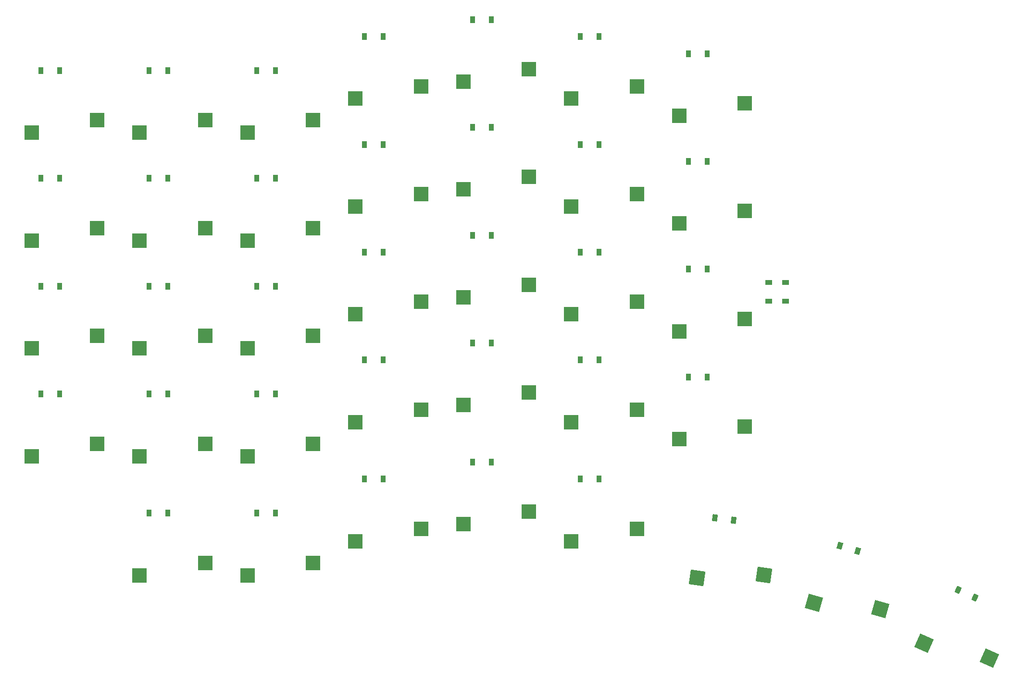
<source format=gbr>
%TF.GenerationSoftware,KiCad,Pcbnew,8.0.6*%
%TF.CreationDate,2024-11-25T22:34:02-05:00*%
%TF.ProjectId,jonkey-v2,6a6f6e6b-6579-42d7-9632-2e6b69636164,v1.0.0*%
%TF.SameCoordinates,Original*%
%TF.FileFunction,Paste,Top*%
%TF.FilePolarity,Positive*%
%FSLAX46Y46*%
G04 Gerber Fmt 4.6, Leading zero omitted, Abs format (unit mm)*
G04 Created by KiCad (PCBNEW 8.0.6) date 2024-11-25 22:34:02*
%MOMM*%
%LPD*%
G01*
G04 APERTURE LIST*
G04 Aperture macros list*
%AMRotRect*
0 Rectangle, with rotation*
0 The origin of the aperture is its center*
0 $1 length*
0 $2 width*
0 $3 Rotation angle, in degrees counterclockwise*
0 Add horizontal line*
21,1,$1,$2,0,0,$3*%
G04 Aperture macros list end*
%ADD10R,2.600000X2.600000*%
%ADD11R,0.900000X1.200000*%
%ADD12R,1.200000X0.900000*%
%ADD13RotRect,0.900000X1.200000X352.000000*%
%ADD14RotRect,2.600000X2.600000X164.000000*%
%ADD15RotRect,0.900000X1.200000X344.000000*%
%ADD16RotRect,2.600000X2.600000X172.000000*%
%ADD17RotRect,0.900000X1.200000X336.000000*%
%ADD18RotRect,2.600000X2.600000X156.000000*%
G04 APERTURE END LIST*
D10*
%TO.C,S26*%
X199225000Y-153450000D03*
X210775000Y-151250000D03*
%TD*%
D11*
%TO.C,D8*%
X124850000Y-110500000D03*
X128150000Y-110500000D03*
%TD*%
D10*
%TO.C,S33*%
X218225000Y-99450000D03*
X229775000Y-97250000D03*
%TD*%
%TO.C,S30*%
X218225000Y-156450000D03*
X229775000Y-154250000D03*
%TD*%
%TO.C,S4*%
X104225000Y-102450000D03*
X115775000Y-100250000D03*
%TD*%
D11*
%TO.C,D5*%
X124850000Y-169500000D03*
X128150000Y-169500000D03*
%TD*%
D10*
%TO.C,S25*%
X199225000Y-174450000D03*
X210775000Y-172250000D03*
%TD*%
D12*
%TO.C,R11*%
X234000000Y-128850000D03*
X234000000Y-132150000D03*
%TD*%
D11*
%TO.C,D17*%
X162850000Y-123500000D03*
X166150000Y-123500000D03*
%TD*%
D10*
%TO.C,S3*%
X104225000Y-121450000D03*
X115775000Y-119250000D03*
%TD*%
D13*
%TO.C,D34*%
X224561924Y-170319024D03*
X227829808Y-170778296D03*
%TD*%
D10*
%TO.C,S23*%
X180225000Y-112450000D03*
X191775000Y-110250000D03*
%TD*%
D11*
%TO.C,D6*%
X124850000Y-148500000D03*
X128150000Y-148500000D03*
%TD*%
D10*
%TO.C,S11*%
X142225000Y-159450000D03*
X153775000Y-157250000D03*
%TD*%
%TO.C,S6*%
X123225000Y-159450000D03*
X134775000Y-157250000D03*
%TD*%
%TO.C,S24*%
X180225000Y-93450000D03*
X191775000Y-91250000D03*
%TD*%
D11*
%TO.C,D1*%
X105850000Y-148500000D03*
X109150000Y-148500000D03*
%TD*%
%TO.C,D7*%
X124850000Y-129500000D03*
X128150000Y-129500000D03*
%TD*%
D10*
%TO.C,S10*%
X142225000Y-180450000D03*
X153775000Y-178250000D03*
%TD*%
D11*
%TO.C,D18*%
X162850000Y-104500000D03*
X166150000Y-104500000D03*
%TD*%
D10*
%TO.C,S1*%
X104225000Y-159450000D03*
X115775000Y-157250000D03*
%TD*%
%TO.C,S20*%
X180225000Y-171450000D03*
X191775000Y-169250000D03*
%TD*%
%TO.C,S12*%
X142225000Y-140450000D03*
X153775000Y-138250000D03*
%TD*%
%TO.C,S29*%
X199225000Y-96450000D03*
X210775000Y-94250000D03*
%TD*%
%TO.C,S17*%
X161225000Y-134450000D03*
X172775000Y-132250000D03*
%TD*%
D11*
%TO.C,D4*%
X105850000Y-91500000D03*
X109150000Y-91500000D03*
%TD*%
D14*
%TO.C,S35*%
X241946449Y-185301127D03*
X253655422Y-186369962D03*
%TD*%
D10*
%TO.C,S2*%
X104225000Y-140450000D03*
X115775000Y-138250000D03*
%TD*%
D11*
%TO.C,D32*%
X219850000Y-107500000D03*
X223150000Y-107500000D03*
%TD*%
%TO.C,D33*%
X219850000Y-88500000D03*
X223150000Y-88500000D03*
%TD*%
D10*
%TO.C,S5*%
X123225000Y-180450000D03*
X134775000Y-178250000D03*
%TD*%
D11*
%TO.C,D2*%
X105850000Y-129500000D03*
X109150000Y-129500000D03*
%TD*%
D10*
%TO.C,S22*%
X180225000Y-131450000D03*
X191775000Y-129250000D03*
%TD*%
%TO.C,S28*%
X199225000Y-115450000D03*
X210775000Y-113250000D03*
%TD*%
%TO.C,S27*%
X199225000Y-134450000D03*
X210775000Y-132250000D03*
%TD*%
D11*
%TO.C,D3*%
X105850000Y-110500000D03*
X109150000Y-110500000D03*
%TD*%
%TO.C,D25*%
X200850000Y-163500000D03*
X204150000Y-163500000D03*
%TD*%
D10*
%TO.C,S19*%
X161225000Y-96450000D03*
X172775000Y-94250000D03*
%TD*%
D11*
%TO.C,D28*%
X200850000Y-104500000D03*
X204150000Y-104500000D03*
%TD*%
%TO.C,D12*%
X143850000Y-129500000D03*
X147150000Y-129500000D03*
%TD*%
%TO.C,D24*%
X181850000Y-82500000D03*
X185150000Y-82500000D03*
%TD*%
%TO.C,D31*%
X219850000Y-126500000D03*
X223150000Y-126500000D03*
%TD*%
D10*
%TO.C,S13*%
X142225000Y-121450000D03*
X153775000Y-119250000D03*
%TD*%
%TO.C,S15*%
X161225000Y-174450000D03*
X172775000Y-172250000D03*
%TD*%
D15*
%TO.C,D35*%
X246526728Y-175223221D03*
X249698892Y-176132825D03*
%TD*%
D11*
%TO.C,D10*%
X143850000Y-169500000D03*
X147150000Y-169500000D03*
%TD*%
D10*
%TO.C,S14*%
X142225000Y-102450000D03*
X153775000Y-100250000D03*
%TD*%
D11*
%TO.C,D27*%
X200850000Y-123500000D03*
X204150000Y-123500000D03*
%TD*%
D16*
%TO.C,S34*%
X221428792Y-180936303D03*
X233172569Y-180365163D03*
%TD*%
D10*
%TO.C,S21*%
X180225000Y-150450000D03*
X191775000Y-148250000D03*
%TD*%
%TO.C,S31*%
X218225000Y-137450000D03*
X229775000Y-135250000D03*
%TD*%
%TO.C,S18*%
X161225000Y-115450000D03*
X172775000Y-113250000D03*
%TD*%
D11*
%TO.C,D11*%
X143850000Y-148500000D03*
X147150000Y-148500000D03*
%TD*%
D10*
%TO.C,S16*%
X161225000Y-153450000D03*
X172775000Y-151250000D03*
%TD*%
D11*
%TO.C,D14*%
X143850000Y-91500000D03*
X147150000Y-91500000D03*
%TD*%
%TO.C,D9*%
X124850000Y-91500000D03*
X128150000Y-91500000D03*
%TD*%
%TO.C,D13*%
X143850000Y-110500000D03*
X147150000Y-110500000D03*
%TD*%
D17*
%TO.C,D36*%
X267333041Y-183041170D03*
X270347741Y-184383400D03*
%TD*%
D11*
%TO.C,D16*%
X162850000Y-142500000D03*
X166150000Y-142500000D03*
%TD*%
D10*
%TO.C,S9*%
X123225000Y-102450000D03*
X134775000Y-100250000D03*
%TD*%
D18*
%TO.C,S36*%
X261394764Y-192383545D03*
X272841034Y-195071553D03*
%TD*%
D11*
%TO.C,D30*%
X219850000Y-145500000D03*
X223150000Y-145500000D03*
%TD*%
%TO.C,D21*%
X181850000Y-139500000D03*
X185150000Y-139500000D03*
%TD*%
%TO.C,D26*%
X200850000Y-142500000D03*
X204150000Y-142500000D03*
%TD*%
D12*
%TO.C,R21*%
X237000000Y-128850000D03*
X237000000Y-132150000D03*
%TD*%
D10*
%TO.C,S32*%
X218225000Y-118450000D03*
X229775000Y-116250000D03*
%TD*%
D11*
%TO.C,D22*%
X181850000Y-120500000D03*
X185150000Y-120500000D03*
%TD*%
%TO.C,D23*%
X181850000Y-101500000D03*
X185150000Y-101500000D03*
%TD*%
D10*
%TO.C,S7*%
X123225000Y-140450000D03*
X134775000Y-138250000D03*
%TD*%
D11*
%TO.C,D20*%
X181850000Y-160500000D03*
X185150000Y-160500000D03*
%TD*%
%TO.C,D29*%
X200850000Y-85500000D03*
X204150000Y-85500000D03*
%TD*%
%TO.C,D15*%
X162850000Y-163500000D03*
X166150000Y-163500000D03*
%TD*%
%TO.C,D19*%
X162850000Y-85500000D03*
X166150000Y-85500000D03*
%TD*%
D10*
%TO.C,S8*%
X123225000Y-121450000D03*
X134775000Y-119250000D03*
%TD*%
M02*

</source>
